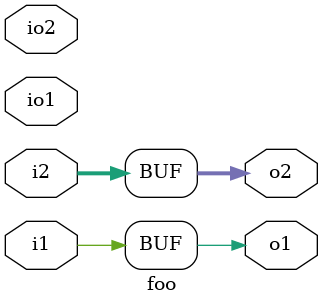
<source format=v>
module main;

reg        i1;
reg  [1:0] i2;
wire       o1, io1;
wire [1:0] o2, io2;

foo bar (
  .i1  ( i1  ),
  .i2  ( i2  ),
  .o1  ( o1  ),
  .o2  ( o2  ),
  .io1 ( io1 ),
  .io2 ( io2 )
);

initial begin
`ifdef DUMP
        $dumpfile( "port1.vcd" );
        $dumpvars( 0, main );
`endif
	i1 = 1'b0;
	i2 = 2'b10;
        #10;
        $finish;
end

endmodule


module foo (
  input  wire       i1,
  input  wire [1:0] i2,
  output wire       o1,
  output reg  [1:0] o2,
  inout  wire       io1,
  inout  wire [1:0] io2
);

assign o1 = i1;

always @* o2 = i2;

endmodule

</source>
